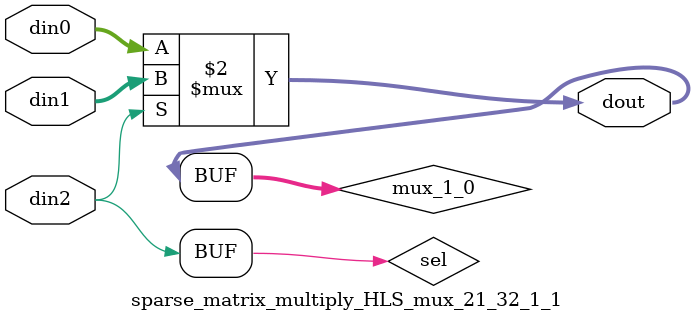
<source format=v>

`timescale 1ns/1ps

module sparse_matrix_multiply_HLS_mux_21_32_1_1 #(
parameter
    ID                = 0,
    NUM_STAGE         = 1,
    din0_WIDTH       = 32,
    din1_WIDTH       = 32,
    din2_WIDTH         = 32,
    dout_WIDTH            = 32
)(
    input  [31 : 0]     din0,
    input  [31 : 0]     din1,
    input  [0 : 0]    din2,
    output [31 : 0]   dout);

// puts internal signals
wire [0 : 0]     sel;
// level 1 signals
wire [31 : 0]         mux_1_0;

assign sel = din2;

// Generate level 1 logic
assign mux_1_0 = (sel[0] == 0)? din0 : din1;

// output logic
assign dout = mux_1_0;

endmodule

</source>
